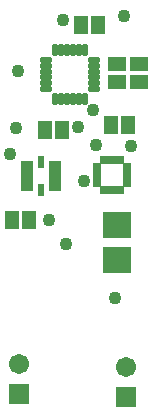
<source format=gts>
%FSAX24Y24*%
%MOIN*%
G70*
G01*
G75*
G04 Layer_Color=8388736*
%ADD10R,0.0177X0.0114*%
%ADD11R,0.0114X0.0177*%
%ADD12R,0.0315X0.0114*%
%ADD13R,0.0126X0.0354*%
%ADD14O,0.0116X0.0354*%
%ADD15O,0.0354X0.0116*%
%ADD16R,0.0433X0.0551*%
%ADD17R,0.0866X0.0787*%
%ADD18R,0.0551X0.0433*%
%ADD19C,0.0100*%
%ADD20C,0.0080*%
%ADD21C,0.0591*%
%ADD22R,0.0591X0.0591*%
%ADD23C,0.0350*%
%ADD24C,0.0098*%
%ADD25C,0.0079*%
%ADD26R,0.0257X0.0194*%
%ADD27R,0.0194X0.0257*%
%ADD28R,0.0395X0.0194*%
%ADD29R,0.0206X0.0434*%
%ADD30O,0.0196X0.0434*%
%ADD31O,0.0434X0.0196*%
%ADD32R,0.0513X0.0631*%
%ADD33R,0.0946X0.0867*%
%ADD34R,0.0631X0.0513*%
%ADD35C,0.0671*%
%ADD36R,0.0671X0.0671*%
%ADD37C,0.0430*%
D26*
X023950Y039050D02*
D03*
Y038853D02*
D03*
Y038656D02*
D03*
Y038459D02*
D03*
X024954D02*
D03*
Y038656D02*
D03*
Y038853D02*
D03*
Y039050D02*
D03*
D27*
X024157Y038253D02*
D03*
X024354D02*
D03*
X024550D02*
D03*
X024747D02*
D03*
Y039257D02*
D03*
X024550D02*
D03*
X024354D02*
D03*
X024157D02*
D03*
D28*
X021600Y038313D02*
D03*
Y038509D02*
D03*
Y038706D02*
D03*
Y038903D02*
D03*
Y039100D02*
D03*
X022545Y038313D02*
D03*
Y038509D02*
D03*
Y038706D02*
D03*
Y038903D02*
D03*
Y039100D02*
D03*
D29*
X022072Y039179D02*
D03*
Y038234D02*
D03*
D30*
X022558Y042907D02*
D03*
X022755D02*
D03*
X022952D02*
D03*
X023148D02*
D03*
X023345D02*
D03*
X023542D02*
D03*
Y041293D02*
D03*
X023345D02*
D03*
X023148D02*
D03*
X022952D02*
D03*
X022755D02*
D03*
X022558D02*
D03*
D31*
X023857Y042592D02*
D03*
Y042395D02*
D03*
Y042198D02*
D03*
Y042002D02*
D03*
Y041805D02*
D03*
Y041608D02*
D03*
X022243D02*
D03*
Y041805D02*
D03*
Y042002D02*
D03*
Y042198D02*
D03*
Y042395D02*
D03*
Y042592D02*
D03*
D32*
X021695Y037250D02*
D03*
X021105D02*
D03*
X024405Y040400D02*
D03*
X024995D02*
D03*
X022795Y040250D02*
D03*
X022205D02*
D03*
X023995Y043750D02*
D03*
X023405D02*
D03*
D33*
X024600Y037091D02*
D03*
Y035909D02*
D03*
D34*
X025350Y042445D02*
D03*
Y041855D02*
D03*
X024600Y042445D02*
D03*
Y041855D02*
D03*
D35*
X024900Y032350D02*
D03*
X021350Y032450D02*
D03*
D36*
X024900Y031350D02*
D03*
X021350Y031450D02*
D03*
D37*
X023800Y040900D02*
D03*
X023300Y040350D02*
D03*
X025095Y039729D02*
D03*
X021050Y039450D02*
D03*
X023505Y038559D02*
D03*
X022819Y043919D02*
D03*
X023900Y039750D02*
D03*
X024850Y044050D02*
D03*
X022350Y037250D02*
D03*
X024550Y034650D02*
D03*
X022900Y036450D02*
D03*
X021250Y040300D02*
D03*
X021300Y042200D02*
D03*
M02*

</source>
